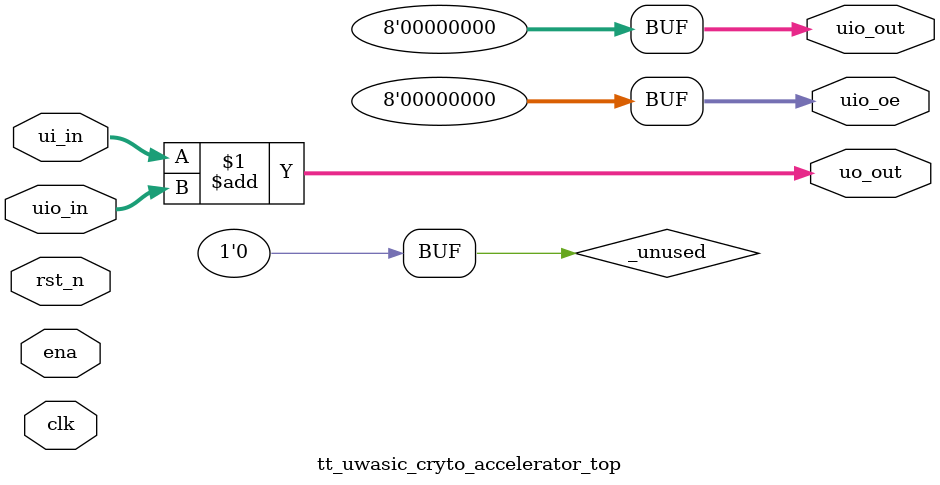
<source format=v>
/*
 * Copyright (c) 2025 UW ASIC
 * SPDX-License-Identifier: Apache-2.0
 */

`default_nettype none

module tt_uwasic_cryto_accelerator_top (
    input  wire [7:0] ui_in,    // Dedicated inputs
    output wire [7:0] uo_out,   // Dedicated outputs
    input  wire [7:0] uio_in,   // IOs: Input path
    output wire [7:0] uio_out,  // IOs: Output path
    output wire [7:0] uio_oe,   // IOs: Enable path (active high: 0=input, 1=output)
    input  wire       ena,      // always 1 when the design is powered, so you can ignore it
    input  wire       clk,      // clock
    input  wire       rst_n     // reset_n - low to reset
);

  // All output pins must be assigned. If not used, assign to 0.
  assign uo_out  = ui_in + uio_in;  // Example: ou_out is the sum of ui_in and uio_in
  assign uio_out = 0;
  assign uio_oe  = 0;

  // List all unused inputs to prevent warnings
  wire _unused = &{ena, clk, rst_n, 1'b0};

endmodule

</source>
